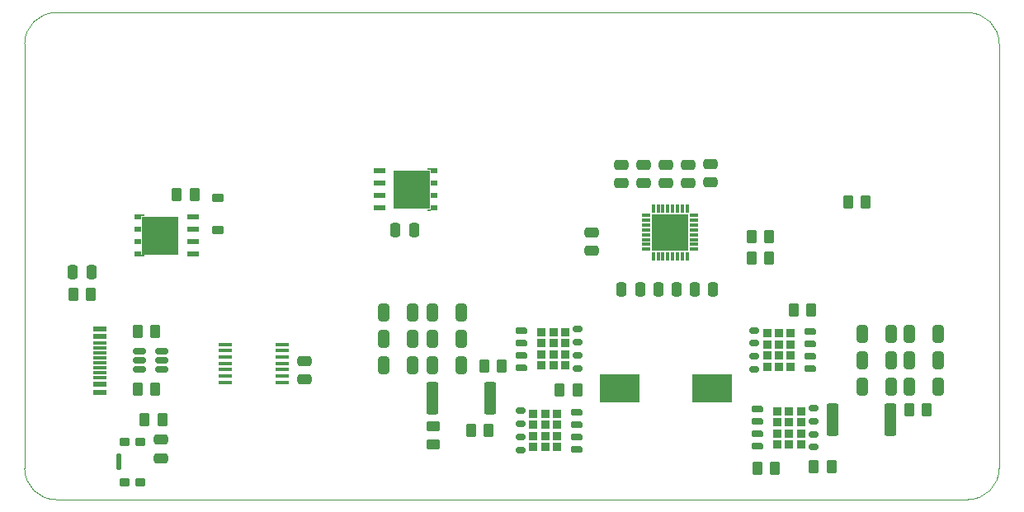
<source format=gbr>
%TF.GenerationSoftware,KiCad,Pcbnew,8.0.6*%
%TF.CreationDate,2026-01-03T17:25:48-08:00*%
%TF.ProjectId,USBPD_Board,55534250-445f-4426-9f61-72642e6b6963,A*%
%TF.SameCoordinates,PX5f5e100PY7270e00*%
%TF.FileFunction,Paste,Top*%
%TF.FilePolarity,Positive*%
%FSLAX46Y46*%
G04 Gerber Fmt 4.6, Leading zero omitted, Abs format (unit mm)*
G04 Created by KiCad (PCBNEW 8.0.6) date 2026-01-03 17:25:48*
%MOMM*%
%LPD*%
G01*
G04 APERTURE LIST*
G04 Aperture macros list*
%AMRoundRect*
0 Rectangle with rounded corners*
0 $1 Rounding radius*
0 $2 $3 $4 $5 $6 $7 $8 $9 X,Y pos of 4 corners*
0 Add a 4 corners polygon primitive as box body*
4,1,4,$2,$3,$4,$5,$6,$7,$8,$9,$2,$3,0*
0 Add four circle primitives for the rounded corners*
1,1,$1+$1,$2,$3*
1,1,$1+$1,$4,$5*
1,1,$1+$1,$6,$7*
1,1,$1+$1,$8,$9*
0 Add four rect primitives between the rounded corners*
20,1,$1+$1,$2,$3,$4,$5,0*
20,1,$1+$1,$4,$5,$6,$7,0*
20,1,$1+$1,$6,$7,$8,$9,0*
20,1,$1+$1,$8,$9,$2,$3,0*%
G04 Aperture macros list end*
%ADD10R,0.850000X0.300000*%
%ADD11R,0.300000X0.850000*%
%ADD12R,3.700000X3.700000*%
%ADD13RoundRect,0.250000X0.475000X-0.250000X0.475000X0.250000X-0.475000X0.250000X-0.475000X-0.250000X0*%
%ADD14RoundRect,0.250000X0.325000X0.650000X-0.325000X0.650000X-0.325000X-0.650000X0.325000X-0.650000X0*%
%ADD15RoundRect,0.250000X0.262500X0.450000X-0.262500X0.450000X-0.262500X-0.450000X0.262500X-0.450000X0*%
%ADD16RoundRect,0.250000X-0.325000X-0.650000X0.325000X-0.650000X0.325000X0.650000X-0.325000X0.650000X0*%
%ADD17R,1.270000X0.610000*%
%ADD18R,3.810000X3.910000*%
%ADD19R,0.310000X0.255000*%
%ADD20R,0.710000X0.610000*%
%ADD21RoundRect,0.250000X-0.262500X-0.450000X0.262500X-0.450000X0.262500X0.450000X-0.262500X0.450000X0*%
%ADD22RoundRect,0.225000X0.375000X-0.225000X0.375000X0.225000X-0.375000X0.225000X-0.375000X-0.225000X0*%
%ADD23R,1.475000X0.450000*%
%ADD24R,4.100000X3.000000*%
%ADD25RoundRect,0.250000X0.250000X0.475000X-0.250000X0.475000X-0.250000X-0.475000X0.250000X-0.475000X0*%
%ADD26R,0.900000X0.900000*%
%ADD27RoundRect,0.162500X0.437500X0.162500X-0.437500X0.162500X-0.437500X-0.162500X0.437500X-0.162500X0*%
%ADD28RoundRect,0.175000X0.325000X0.175000X-0.325000X0.175000X-0.325000X-0.175000X0.325000X-0.175000X0*%
%ADD29RoundRect,0.150000X0.512500X0.150000X-0.512500X0.150000X-0.512500X-0.150000X0.512500X-0.150000X0*%
%ADD30RoundRect,0.225000X0.275000X-0.225000X0.275000X0.225000X-0.275000X0.225000X-0.275000X-0.225000X0*%
%ADD31RoundRect,0.137500X0.137500X-0.712500X0.137500X0.712500X-0.137500X0.712500X-0.137500X-0.712500X0*%
%ADD32RoundRect,0.250000X-0.362500X-1.425000X0.362500X-1.425000X0.362500X1.425000X-0.362500X1.425000X0*%
%ADD33RoundRect,0.250000X-0.450000X0.262500X-0.450000X-0.262500X0.450000X-0.262500X0.450000X0.262500X0*%
%ADD34RoundRect,0.250000X-0.250000X-0.475000X0.250000X-0.475000X0.250000X0.475000X-0.250000X0.475000X0*%
%ADD35RoundRect,0.162500X-0.437500X-0.162500X0.437500X-0.162500X0.437500X0.162500X-0.437500X0.162500X0*%
%ADD36RoundRect,0.175000X-0.325000X-0.175000X0.325000X-0.175000X0.325000X0.175000X-0.325000X0.175000X0*%
%ADD37R,1.450000X0.600000*%
%ADD38R,1.450000X0.300000*%
%ADD39RoundRect,0.250000X-0.475000X0.250000X-0.475000X-0.250000X0.475000X-0.250000X0.475000X0.250000X0*%
%TA.AperFunction,Profile*%
%ADD40C,0.050000*%
%TD*%
G04 APERTURE END LIST*
D10*
%TO.C,SMPS1*%
X68700000Y25700000D03*
X68700000Y26200000D03*
X68700000Y26700000D03*
X68700000Y27200000D03*
X68700000Y27700000D03*
X68700000Y28200000D03*
X68700000Y28700000D03*
X68700000Y29200000D03*
D11*
X68000000Y29900000D03*
X67500000Y29900000D03*
X67000000Y29900000D03*
X66500000Y29900000D03*
X66000000Y29900000D03*
X65500000Y29900000D03*
X65000000Y29900000D03*
X64500000Y29900000D03*
D10*
X63800000Y29200000D03*
X63800000Y28700000D03*
X63800000Y28200000D03*
X63800000Y27700000D03*
X63800000Y27200000D03*
X63800000Y26700000D03*
X63800000Y26200000D03*
X63800000Y25700000D03*
D11*
X64500000Y25000000D03*
X65000000Y25000000D03*
X65500000Y25000000D03*
X66000000Y25000000D03*
X66500000Y25000000D03*
X67000000Y25000000D03*
X67500000Y25000000D03*
X68000000Y25000000D03*
D12*
X66250000Y27450000D03*
%TD*%
D13*
%TO.C,C32*%
X61200000Y32500000D03*
X61200000Y34400000D03*
%TD*%
%TO.C,C37*%
X68100000Y32500000D03*
X68100000Y34400000D03*
%TD*%
D14*
%TO.C,C58*%
X88875000Y17000000D03*
X85925000Y17000000D03*
%TD*%
D15*
%TO.C,R32*%
X47612500Y7100000D03*
X45787500Y7100000D03*
%TD*%
D13*
%TO.C,C38*%
X63500000Y32500000D03*
X63500000Y34400000D03*
%TD*%
D16*
%TO.C,C42*%
X41825000Y19200000D03*
X44775000Y19200000D03*
%TD*%
D17*
%TO.C,M3*%
X17270000Y25195000D03*
X17270000Y26465000D03*
X17270000Y27735000D03*
X17270000Y29005000D03*
D18*
X13910000Y27100000D03*
D19*
X12160000Y25017000D03*
X12160000Y29183000D03*
D20*
X11650000Y25195000D03*
X11650000Y26465000D03*
X11650000Y27735000D03*
X11650000Y29005000D03*
%TD*%
D21*
%TO.C,R36*%
X80987500Y3400000D03*
X82812500Y3400000D03*
%TD*%
D22*
%TO.C,D3*%
X19800000Y27650000D03*
X19800000Y30950000D03*
%TD*%
D15*
%TO.C,R41*%
X48962500Y13700000D03*
X47137500Y13700000D03*
%TD*%
D16*
%TO.C,C59*%
X90800000Y17000000D03*
X93750000Y17000000D03*
%TD*%
D13*
%TO.C,C36*%
X65800000Y32500000D03*
X65800000Y34400000D03*
%TD*%
D15*
%TO.C,R40*%
X56700000Y11280000D03*
X54875000Y11280000D03*
%TD*%
D16*
%TO.C,C56*%
X90800000Y11600000D03*
X93750000Y11600000D03*
%TD*%
D23*
%TO.C,IC1*%
X26438000Y12050000D03*
X26438000Y12700000D03*
X26438000Y13350000D03*
X26438000Y14000000D03*
X26438000Y14650000D03*
X26438000Y15300000D03*
X26438000Y15950000D03*
X20562000Y15950000D03*
X20562000Y15300000D03*
X20562000Y14650000D03*
X20562000Y14000000D03*
X20562000Y13350000D03*
X20562000Y12700000D03*
X20562000Y12050000D03*
%TD*%
D21*
%TO.C,R65*%
X74587500Y27000000D03*
X76412500Y27000000D03*
%TD*%
D13*
%TO.C,C3*%
X28700000Y12350000D03*
X28700000Y14250000D03*
%TD*%
D21*
%TO.C,R7*%
X11587500Y11300000D03*
X13412500Y11300000D03*
%TD*%
D24*
%TO.C,L2*%
X61050000Y11400000D03*
X70550000Y11400000D03*
%TD*%
D14*
%TO.C,C55*%
X88875000Y11600000D03*
X85925000Y11600000D03*
%TD*%
D21*
%TO.C,R29*%
X84487500Y30600000D03*
X86312500Y30600000D03*
%TD*%
D15*
%TO.C,R27*%
X14112500Y8200000D03*
X12287500Y8200000D03*
%TD*%
D16*
%TO.C,C60*%
X90800000Y14300000D03*
X93750000Y14300000D03*
%TD*%
D17*
%TO.C,M1*%
X36400000Y33740000D03*
X36400000Y32470000D03*
X36400000Y31200000D03*
X36400000Y29930000D03*
D18*
X39760000Y31835000D03*
D19*
X41510000Y33918000D03*
X41510000Y29752000D03*
D20*
X42020000Y33740000D03*
X42020000Y32470000D03*
X42020000Y31200000D03*
X42020000Y29930000D03*
%TD*%
D15*
%TO.C,R39*%
X6812500Y21100000D03*
X4987500Y21100000D03*
%TD*%
D25*
%TO.C,C1*%
X39950000Y27700000D03*
X38050000Y27700000D03*
%TD*%
D26*
%TO.C,MS1*%
X54625000Y5380000D03*
X54625000Y6530000D03*
X54625000Y7680000D03*
X54625000Y8830000D03*
X53400000Y5380000D03*
X53400000Y6530000D03*
X53400000Y7680000D03*
X53400000Y8830000D03*
X52200000Y5380000D03*
X52200000Y6530000D03*
X52200000Y7680000D03*
X52200000Y8830000D03*
D27*
X56650000Y5200000D03*
X56650000Y6470000D03*
X56650000Y7740000D03*
X56650000Y9010000D03*
D28*
X50900000Y5110000D03*
X50900000Y6440000D03*
X50900000Y7770000D03*
X50900000Y9100000D03*
%TD*%
D29*
%TO.C,U2*%
X14037500Y13350000D03*
X14037500Y14300000D03*
X14037500Y15250000D03*
X11762500Y15250000D03*
X11762500Y14300000D03*
X11762500Y13350000D03*
%TD*%
D13*
%TO.C,C30*%
X14000000Y4250000D03*
X14000000Y6150000D03*
%TD*%
D14*
%TO.C,C39*%
X39800000Y13800000D03*
X36850000Y13800000D03*
%TD*%
D16*
%TO.C,C44*%
X41850000Y13800000D03*
X44800000Y13800000D03*
%TD*%
D30*
%TO.C,U6*%
X10300000Y5900000D03*
X11900000Y5900000D03*
X11900000Y1800000D03*
X10300000Y1800000D03*
D31*
X9650000Y3850000D03*
%TD*%
D14*
%TO.C,C40*%
X39800000Y16500000D03*
X36850000Y16500000D03*
%TD*%
D25*
%TO.C,C54*%
X6850000Y23400000D03*
X4950000Y23400000D03*
%TD*%
D32*
%TO.C,R35*%
X82900000Y8200000D03*
X88825000Y8200000D03*
%TD*%
D26*
%TO.C,MS4*%
X78625000Y13650000D03*
X78625000Y14800000D03*
X78625000Y15950000D03*
X78625000Y17100000D03*
X77400000Y13650000D03*
X77400000Y14800000D03*
X77400000Y15950000D03*
X77400000Y17100000D03*
X76200000Y13650000D03*
X76200000Y14800000D03*
X76200000Y15950000D03*
X76200000Y17100000D03*
D27*
X80650000Y13470000D03*
X80650000Y14740000D03*
X80650000Y16010000D03*
X80650000Y17280000D03*
D28*
X74900000Y13380000D03*
X74900000Y14710000D03*
X74900000Y16040000D03*
X74900000Y17370000D03*
%TD*%
D25*
%TO.C,C34*%
X66900000Y21600000D03*
X65000000Y21600000D03*
%TD*%
D16*
%TO.C,C43*%
X41850000Y16500000D03*
X44800000Y16500000D03*
%TD*%
D21*
%TO.C,R22*%
X15587500Y31300000D03*
X17412500Y31300000D03*
%TD*%
D33*
%TO.C,R31*%
X41900000Y7512500D03*
X41900000Y5687500D03*
%TD*%
D21*
%TO.C,R8*%
X11587500Y17300000D03*
X13412500Y17300000D03*
%TD*%
D34*
%TO.C,C33*%
X68750000Y21600000D03*
X70650000Y21600000D03*
%TD*%
D15*
%TO.C,R43*%
X80712500Y19500000D03*
X78887500Y19500000D03*
%TD*%
D13*
%TO.C,C50*%
X70400000Y32550000D03*
X70400000Y34450000D03*
%TD*%
D14*
%TO.C,C57*%
X88875000Y14300000D03*
X85925000Y14300000D03*
%TD*%
D32*
%TO.C,R33*%
X41837500Y10400000D03*
X47762500Y10400000D03*
%TD*%
D25*
%TO.C,C2*%
X63150000Y21600000D03*
X61250000Y21600000D03*
%TD*%
D14*
%TO.C,C41*%
X39800000Y19200000D03*
X36850000Y19200000D03*
%TD*%
D26*
%TO.C,MS3*%
X77225000Y9090000D03*
X77225000Y7940000D03*
X77225000Y6790000D03*
X77225000Y5640000D03*
X78450000Y9090000D03*
X78450000Y7940000D03*
X78450000Y6790000D03*
X78450000Y5640000D03*
X79650000Y9090000D03*
X79650000Y7940000D03*
X79650000Y6790000D03*
X79650000Y5640000D03*
D35*
X75200000Y9270000D03*
X75200000Y8000000D03*
X75200000Y6730000D03*
X75200000Y5460000D03*
D36*
X80950000Y9360000D03*
X80950000Y8030000D03*
X80950000Y6700000D03*
X80950000Y5370000D03*
%TD*%
D37*
%TO.C,J3*%
X7695000Y17540000D03*
X7695000Y16740000D03*
D38*
X7695000Y15540000D03*
X7695000Y14540000D03*
X7695000Y14040000D03*
X7695000Y13040000D03*
D37*
X7695000Y11840000D03*
X7695000Y11040000D03*
X7695000Y11040000D03*
X7695000Y11840000D03*
D38*
X7695000Y12540000D03*
X7695000Y13540000D03*
X7695000Y15040000D03*
X7695000Y16040000D03*
D37*
X7695000Y16740000D03*
X7695000Y17540000D03*
%TD*%
D26*
%TO.C,MS2*%
X53025000Y17210000D03*
X53025000Y16060000D03*
X53025000Y14910000D03*
X53025000Y13760000D03*
X54250000Y17210000D03*
X54250000Y16060000D03*
X54250000Y14910000D03*
X54250000Y13760000D03*
X55450000Y17210000D03*
X55450000Y16060000D03*
X55450000Y14910000D03*
X55450000Y13760000D03*
D35*
X51000000Y17390000D03*
X51000000Y16120000D03*
X51000000Y14850000D03*
X51000000Y13580000D03*
D36*
X56750000Y17480000D03*
X56750000Y16150000D03*
X56750000Y14820000D03*
X56750000Y13490000D03*
%TD*%
D15*
%TO.C,R4*%
X76412500Y24800000D03*
X74587500Y24800000D03*
%TD*%
D21*
%TO.C,R42*%
X75162500Y3200000D03*
X76987500Y3200000D03*
%TD*%
%TO.C,R34*%
X90762500Y9200000D03*
X92587500Y9200000D03*
%TD*%
D39*
%TO.C,C6*%
X58200000Y27450000D03*
X58200000Y25550000D03*
%TD*%
D40*
X100000000Y46800000D02*
X100000000Y3200000D01*
X0Y46800000D02*
X0Y3200000D01*
X96800000Y50000000D02*
X3200000Y50000000D01*
X96800000Y50000000D02*
G75*
G02*
X100000000Y46800000I-100J-3200100D01*
G01*
X100000000Y3200000D02*
G75*
G02*
X96800000Y0I-3200000J0D01*
G01*
X0Y46800000D02*
G75*
G02*
X3200000Y50000000I3200000J0D01*
G01*
X3200000Y0D02*
G75*
G02*
X0Y3200000I0J3200000D01*
G01*
X3200000Y0D02*
X96800000Y0D01*
M02*

</source>
